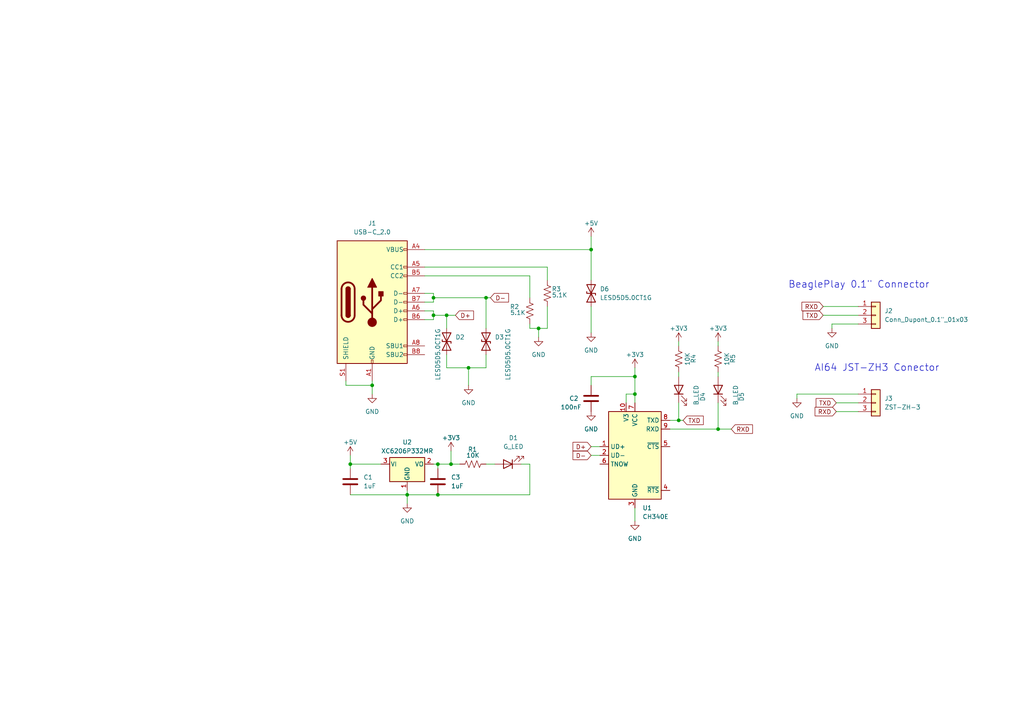
<source format=kicad_sch>
(kicad_sch (version 20230121) (generator eeschema)
  (paper "A4")
  (title_block (title "Beagle USB Serial Adapter") (date "2023-12-21") (rev "1") (company "Andrei Aldea"))
  (lib_symbols
    (symbol "Connector_Generic:Conn_01x03" (pin_names (offset 1.016) hide)
      (property "Reference" "J" (at 0 5.08 0))
      (property "Value" "Conn_01x03" (at 0 -5.08 0))
      (symbol "Conn_01x03_1_1"
        (rectangle (start -1.27 -2.413) (end 0 -2.667) (stroke (width 0.1524)))
        (rectangle (start -1.27 0.127) (end 0 -0.127) (stroke (width 0.1524)))
        (rectangle (start -1.27 2.667) (end 0 2.413) (stroke (width 0.1524)))
        (rectangle (start -1.27 3.81) (end 1.27 -3.81) (stroke (width 0.254)) (fill (type background)))
        (pin passive line (at -5.08 2.54 0) (length 3.81) (name "Pin_1") (number "1"))
        (pin passive line (at -5.08 0 0) (length 3.81) (name "Pin_2") (number "2"))
        (pin passive line (at -5.08 -2.54 0) (length 3.81) (name "Pin_3") (number "3"))
      )
    )
    (symbol "Device:C" (pin_numbers hide) (pin_names (offset 0.254))
      (property "Reference" "C" (at 0.635 2.54 0))
      (property "Value" "C" (at 0.635 -2.54 0))
      (symbol "C_0_1"
        (polyline (pts (xy -2.032 -0.762) (xy 2.032 -0.762)) (stroke (width 0.508)))
        (polyline (pts (xy -2.032 0.762) (xy 2.032 0.762)) (stroke (width 0.508)))
      )
      (symbol "C_1_1"
        (pin passive line (at 0 3.81 270) (length 2.794) (name "~") (number "1"))
        (pin passive line (at 0 -3.81 90) (length 2.794) (name "~") (number "2"))
      )
    )
    (symbol "Device:D_TVS" (pin_numbers hide) (pin_names (offset 1.016) hide)
      (property "Reference" "D" (at 0 2.54 0))
      (property "Value" "D_TVS" (at 0 -2.54 0))
      (symbol "D_TVS_0_1"
        (polyline (pts (xy 1.27 0) (xy -1.27 0)))
        (polyline (pts (xy 0.508 1.27) (xy 0 1.27) (xy 0 -1.27) (xy -0.508 -1.27)) (stroke (width 0.254)))
        (polyline (pts (xy -2.54 1.27) (xy -2.54 -1.27) (xy 2.54 1.27) (xy 2.54 -1.27) (xy -2.54 1.27)) (stroke (width 0.254)))
      )
      (symbol "D_TVS_1_1"
        (pin passive line (at -3.81 0 0) (length 2.54) (name "A1") (number "1"))
        (pin passive line (at 3.81 0 180) (length 2.54) (name "A2") (number "2"))
      )
    )
    (symbol "Device:LED" (pin_numbers hide) (pin_names (offset 1.016) hide)
      (property "Reference" "D" (at 0 2.54 0))
      (property "Value" "LED" (at 0 -2.54 0))
      (symbol "LED_0_1"
        (polyline (pts (xy -1.27 -1.27) (xy -1.27 1.27)) (stroke (width 0.254)))
        (polyline (pts (xy -1.27 0) (xy 1.27 0)))
        (polyline (pts (xy 1.27 -1.27) (xy 1.27 1.27) (xy -1.27 0) (xy 1.27 -1.27)) (stroke (width 0.254)))
        (polyline (pts (xy -3.048 -0.762) (xy -4.572 -2.286) (xy -3.81 -2.286) (xy -4.572 -2.286) (xy -4.572 -1.524)))
        (polyline (pts (xy -1.778 -0.762) (xy -3.302 -2.286) (xy -2.54 -2.286) (xy -3.302 -2.286) (xy -3.302 -1.524)))
      )
      (symbol "LED_1_1"
        (pin passive line (at -3.81 0 0) (length 2.54) (name "K") (number "1"))
        (pin passive line (at 3.81 0 180) (length 2.54) (name "A") (number "2"))
      )
    )
    (symbol "Device:R_US" (pin_numbers hide) (pin_names (offset 0))
      (property "Reference" "R" (at 2.54 0 90))
      (property "Value" "R_US" (at -2.54 0 90))
      (symbol "R_US_0_1"
        (polyline (pts (xy 0 -2.286) (xy 0 -2.54)))
        (polyline (pts (xy 0 2.286) (xy 0 2.54)))
        (polyline (pts (xy 0 -0.762) (xy 1.016 -1.143) (xy 0 -1.524) (xy -1.016 -1.905) (xy 0 -2.286)))
        (polyline (pts (xy 0 0.762) (xy 1.016 0.381) (xy 0 0) (xy -1.016 -0.381) (xy 0 -0.762)))
        (polyline (pts (xy 0 2.286) (xy 1.016 1.905) (xy 0 1.524) (xy -1.016 1.143) (xy 0 0.762)))
      )
      (symbol "R_US_1_1"
        (pin passive line (at 0 3.81 270) (length 1.27) (name "~") (number "1"))
        (pin passive line (at 0 -3.81 90) (length 1.27) (name "~") (number "2"))
      )
    )
    (symbol "Interface_USB:CH340E"
      (property "Reference" "U" (at -5.08 13.97 0))
      (property "Value" "CH340E" (at 1.27 13.97 0))
      (symbol "CH340E_0_1"
        (rectangle (start -7.62 12.7) (end 7.62 -12.7) (stroke (width 0.254)) (fill (type background)))
      )
      (symbol "CH340E_1_1"
        (pin bidirectional line (at -10.16 2.54 0) (length 2.54) (name "UD+") (number "1"))
        (pin passive line (at -2.54 15.24 270) (length 2.54) (name "V3") (number "10"))
        (pin bidirectional line (at -10.16 0 0) (length 2.54) (name "UD-") (number "2"))
        (pin power_in line (at 0 -15.24 90) (length 2.54) (name "GND") (number "3"))
        (pin output line (at 10.16 -10.16 180) (length 2.54) (name "~{RTS}") (number "4"))
        (pin input line (at 10.16 2.54 180) (length 2.54) (name "~{CTS}") (number "5"))
        (pin output line (at -10.16 -2.54 0) (length 2.54) (name "TNOW") (number "6"))
        (pin power_in line (at 0 15.24 270) (length 2.54) (name "VCC") (number "7"))
        (pin output line (at 10.16 10.16 180) (length 2.54) (name "TXD") (number "8"))
        (pin input line (at 10.16 7.62 180) (length 2.54) (name "RXD") (number "9"))
      )
    )
    (symbol "Regulator_Linear:MCP1700x-120xxTT" (pin_names (offset 0.254))
      (property "Reference" "U" (at -3.81 3.175 0))
      (property "Value" "MCP1700x-120xxTT" (at 0 3.175 0))
      (symbol "MCP1700x-120xxTT_0_1"
        (rectangle (start -5.08 1.905) (end 5.08 -5.08) (stroke (width 0.254)) (fill (type background)))
      )
      (symbol "MCP1700x-120xxTT_1_1"
        (pin power_in line (at 0 -7.62 90) (length 2.54) (name "GND") (number "1"))
        (pin power_out line (at 7.62 0 180) (length 2.54) (name "VO") (number "2"))
        (pin power_in line (at -7.62 0 0) (length 2.54) (name "VI") (number "3"))
      )
    )
    (symbol "USB-C-Power-tester-cache:Connector_USB_C_Receptacle_USB2.0" (pin_names (offset 1.016))
      (property "Reference" "J" (at -10.16 19.05 0))
      (property "Value" "Connector_USB_C_Receptacle_USB2.0" (at 19.05 19.05 0))
      (symbol "Connector_USB_C_Receptacle_USB2.0_0_0"
        (rectangle (start -0.254 -17.78) (end 0.254 -16.764))
        (rectangle (start 10.16 -14.986) (end 9.144 -15.494))
        (rectangle (start 10.16 -12.446) (end 9.144 -12.954))
        (rectangle (start 10.16 -4.826) (end 9.144 -5.334))
        (rectangle (start 10.16 -2.286) (end 9.144 -2.794))
        (rectangle (start 10.16 0.254) (end 9.144 -0.254))
        (rectangle (start 10.16 2.794) (end 9.144 2.286))
        (rectangle (start 10.16 7.874) (end 9.144 7.366))
        (rectangle (start 10.16 10.414) (end 9.144 9.906))
        (rectangle (start 10.16 15.494) (end 9.144 14.986))
      )
      (symbol "Connector_USB_C_Receptacle_USB2.0_0_1"
        (rectangle (start -10.16 17.78) (end 10.16 -17.78) (stroke (width 0.254)) (fill (type background)))
        (arc (start -8.89 -3.81) (mid -6.985 -5.7067) (end -5.08 -3.81) (stroke (width 0.508)))
        (arc (start -7.62 -3.81) (mid -6.985 -4.4423) (end -6.35 -3.81) (stroke (width 0.254)))
        (arc (start -7.62 -3.81) (mid -6.985 -4.4423) (end -6.35 -3.81) (stroke (width 0.254)) (fill (type outline)))
        (rectangle (start -7.62 -3.81) (end -6.35 3.81) (stroke (width 0.254)) (fill (type outline)))
        (arc (start -6.35 3.81) (mid -6.985 4.4423) (end -7.62 3.81) (stroke (width 0.254)))
        (arc (start -6.35 3.81) (mid -6.985 4.4423) (end -7.62 3.81) (stroke (width 0.254)) (fill (type outline)))
        (arc (start -5.08 3.81) (mid -6.985 5.7067) (end -8.89 3.81) (stroke (width 0.508)))
        (circle (center -2.54 1.143) (radius 0.635) (stroke (width 0.254)) (fill (type outline)))
        (circle (center 0 -5.842) (radius 1.27) (fill (type outline)))
        (polyline (pts (xy -8.89 -3.81) (xy -8.89 3.81)) (stroke (width 0.508)))
        (polyline (pts (xy -5.08 3.81) (xy -5.08 -3.81)) (stroke (width 0.508)))
        (polyline (pts (xy 0 -5.842) (xy 0 4.318)) (stroke (width 0.508)))
        (polyline (pts (xy 0 -3.302) (xy -2.54 -0.762) (xy -2.54 0.508)) (stroke (width 0.508)))
        (polyline (pts (xy 0 -2.032) (xy 2.54 0.508) (xy 2.54 1.778)) (stroke (width 0.508)))
        (polyline (pts (xy -1.27 4.318) (xy 0 6.858) (xy 1.27 4.318) (xy -1.27 4.318)) (stroke (width 0.254)) (fill (type outline)))
        (rectangle (start 1.905 1.778) (end 3.175 3.048) (stroke (width 0.254)) (fill (type outline)))
      )
      (symbol "Connector_USB_C_Receptacle_USB2.0_1_1"
        (pin power_in line (at 0 -22.86 90) (length 5.08) (name "GND") (number "A1"))
        (pin power_in line (at 0 -22.86 90) (length 5.08) hide (name "GND") (number "A12"))
        (pin power_in line (at 15.24 15.24 180) (length 5.08) (name "VBUS") (number "A4"))
        (pin bidirectional line (at 15.24 10.16 180) (length 5.08) (name "CC1") (number "A5"))
        (pin bidirectional line (at 15.24 -2.54 180) (length 5.08) (name "D+") (number "A6"))
        (pin bidirectional line (at 15.24 2.54 180) (length 5.08) (name "D-") (number "A7"))
        (pin bidirectional line (at 15.24 -12.7 180) (length 5.08) (name "SBU1") (number "A8"))
        (pin power_in line (at 15.24 15.24 180) (length 5.08) hide (name "VBUS") (number "A9"))
        (pin power_in line (at 0 -22.86 90) (length 5.08) hide (name "GND") (number "B1"))
        (pin power_in line (at 0 -22.86 90) (length 5.08) hide (name "GND") (number "B12"))
        (pin power_in line (at 15.24 15.24 180) (length 5.08) hide (name "VBUS") (number "B4"))
        (pin bidirectional line (at 15.24 7.62 180) (length 5.08) (name "CC2") (number "B5"))
        (pin bidirectional line (at 15.24 -5.08 180) (length 5.08) (name "D+") (number "B6"))
        (pin bidirectional line (at 15.24 0 180) (length 5.08) (name "D-") (number "B7"))
        (pin bidirectional line (at 15.24 -15.24 180) (length 5.08) (name "SBU2") (number "B8"))
        (pin power_in line (at 15.24 15.24 180) (length 5.08) hide (name "VBUS") (number "B9"))
        (pin passive line (at -7.62 -22.86 90) (length 5.08) (name "SHIELD") (number "S1"))
      )
    )
    (symbol "power:+3V3" (power) (pin_names (offset 0))
      (property "Value" "+3V3" (at 0 3.556 0))
      (symbol "+3V3_0_1"
        (polyline (pts (xy -0.762 1.27) (xy 0 2.54)))
        (polyline (pts (xy 0 0) (xy 0 2.54)))
        (polyline (pts (xy 0 2.54) (xy 0.762 1.27)))
      )
      (symbol "+3V3_1_1"
        (pin power_in line (at 0 0 90) (length 0) hide (name "+3V3") (number "1"))
      )
    )
    (symbol "power:+5V" (power) (pin_names (offset 0))
      (property "Value" "+5V" (at 0 3.556 0))
      (symbol "+5V_0_1"
        (polyline (pts (xy -0.762 1.27) (xy 0 2.54)))
        (polyline (pts (xy 0 0) (xy 0 2.54)))
        (polyline (pts (xy 0 2.54) (xy 0.762 1.27)))
      )
      (symbol "+5V_1_1"
        (pin power_in line (at 0 0 90) (length 0) hide (name "+5V") (number "1"))
      )
    )
    (symbol "power:GND" (power) (pin_names (offset 0))
      (property "Value" "GND" (at 0 -3.81 0))
      (symbol "GND_0_1"
        (polyline (pts (xy 0 0) (xy 0 -1.27) (xy 1.27 -1.27) (xy 0 -2.54) (xy -1.27 -1.27) (xy 0 -1.27)))
      )
      (symbol "GND_1_1"
        (pin power_in line (at 0 0 270) (length 0) hide (name "GND") (number "1"))
      )
    )
  )
  (junction (at 184.15 109.22))
  (junction (at 107.95 111.76))
  (junction (at 129.54 91.44))
  (junction (at 184.15 114.3))
  (junction (at 125.73 91.44))
  (junction (at 208.28 124.46))
  (junction (at 125.73 86.36))
  (junction (at 130.81 134.62))
  (junction (at 101.6 134.62))
  (junction (at 127 143.51))
  (junction (at 118.11 143.51))
  (junction (at 127 134.62))
  (junction (at 171.45 72.39))
  (junction (at 156.21 95.25))
  (junction (at 135.89 106.68))
  (junction (at 196.85 121.92))
  (junction (at 140.97 86.36))
  (wire (pts (xy 129.54 91.44) (xy 132.08 91.44)))
  (wire (pts (xy 135.89 106.68) (xy 135.89 111.76)))
  (wire (pts (xy 208.28 124.46) (xy 212.09 124.46)))
  (wire (pts (xy 123.19 85.09) (xy 125.73 85.09)))
  (wire (pts (xy 118.11 143.51) (xy 118.11 146.05)))
  (wire (pts (xy 196.85 116.84) (xy 196.85 121.92)))
  (wire (pts (xy 184.15 147.32) (xy 184.15 151.13)))
  (wire (pts (xy 184.15 114.3) (xy 184.15 116.84)))
  (wire (pts (xy 238.76 88.9) (xy 248.92 88.9)))
  (wire (pts (xy 171.45 129.54) (xy 173.99 129.54)))
  (wire (pts (xy 153.67 143.51) (xy 127 143.51)))
  (wire (pts (xy 125.73 91.44) (xy 129.54 91.44)))
  (wire (pts (xy 123.19 87.63) (xy 125.73 87.63)))
  (wire (pts (xy 107.95 111.76) (xy 107.95 114.3)))
  (wire (pts (xy 171.45 109.22) (xy 184.15 109.22)))
  (wire (pts (xy 171.45 109.22) (xy 171.45 111.76)))
  (wire (pts (xy 101.6 134.62) (xy 101.6 135.89)))
  (wire (pts (xy 194.31 121.92) (xy 196.85 121.92)))
  (wire (pts (xy 194.31 124.46) (xy 208.28 124.46)))
  (wire (pts (xy 130.81 134.62) (xy 133.35 134.62)))
  (wire (pts (xy 242.57 116.84) (xy 248.92 116.84)))
  (wire (pts (xy 129.54 106.68) (xy 135.89 106.68)))
  (wire (pts (xy 140.97 86.36) (xy 142.24 86.36)))
  (wire (pts (xy 231.14 114.3) (xy 248.92 114.3)))
  (wire (pts (xy 208.28 99.06) (xy 208.28 100.33)))
  (wire (pts (xy 107.95 110.49) (xy 107.95 111.76)))
  (wire (pts (xy 196.85 121.92) (xy 198.12 121.92)))
  (wire (pts (xy 140.97 102.87) (xy 140.97 106.68)))
  (wire (pts (xy 101.6 143.51) (xy 118.11 143.51)))
  (wire (pts (xy 100.33 111.76) (xy 107.95 111.76)))
  (wire (pts (xy 181.61 116.84) (xy 181.61 114.3)))
  (wire (pts (xy 153.67 86.36) (xy 153.67 80.01)))
  (wire (pts (xy 242.57 119.38) (xy 248.92 119.38)))
  (wire (pts (xy 151.13 134.62) (xy 153.67 134.62)))
  (wire (pts (xy 196.85 109.22) (xy 196.85 107.95)))
  (wire (pts (xy 118.11 143.51) (xy 127 143.51)))
  (wire (pts (xy 156.21 95.25) (xy 156.21 97.79)))
  (wire (pts (xy 248.92 93.98) (xy 241.3 93.98)))
  (wire (pts (xy 158.75 77.47) (xy 158.75 81.28)))
  (wire (pts (xy 125.73 134.62) (xy 127 134.62)))
  (wire (pts (xy 125.73 85.09) (xy 125.73 86.36)))
  (wire (pts (xy 158.75 95.25) (xy 156.21 95.25)))
  (wire (pts (xy 158.75 88.9) (xy 158.75 95.25)))
  (wire (pts (xy 153.67 95.25) (xy 156.21 95.25)))
  (wire (pts (xy 208.28 109.22) (xy 208.28 107.95)))
  (wire (pts (xy 241.3 93.98) (xy 241.3 95.25)))
  (wire (pts (xy 123.19 72.39) (xy 171.45 72.39)))
  (wire (pts (xy 184.15 109.22) (xy 184.15 106.68)))
  (wire (pts (xy 125.73 91.44) (xy 125.73 92.71)))
  (wire (pts (xy 153.67 93.98) (xy 153.67 95.25)))
  (wire (pts (xy 184.15 109.22) (xy 184.15 114.3)))
  (wire (pts (xy 153.67 134.62) (xy 153.67 143.51)))
  (wire (pts (xy 100.33 110.49) (xy 100.33 111.76)))
  (wire (pts (xy 140.97 86.36) (xy 140.97 95.25)))
  (wire (pts (xy 123.19 77.47) (xy 158.75 77.47)))
  (wire (pts (xy 129.54 91.44) (xy 129.54 95.25)))
  (wire (pts (xy 196.85 99.06) (xy 196.85 100.33)))
  (wire (pts (xy 125.73 90.17) (xy 125.73 91.44)))
  (wire (pts (xy 231.14 114.3) (xy 231.14 115.57)))
  (wire (pts (xy 171.45 132.08) (xy 173.99 132.08)))
  (wire (pts (xy 171.45 68.58) (xy 171.45 72.39)))
  (wire (pts (xy 118.11 142.24) (xy 118.11 143.51)))
  (wire (pts (xy 127 134.62) (xy 130.81 134.62)))
  (wire (pts (xy 171.45 88.9) (xy 171.45 96.52)))
  (wire (pts (xy 127 134.62) (xy 127 135.89)))
  (wire (pts (xy 171.45 72.39) (xy 171.45 81.28)))
  (wire (pts (xy 125.73 86.36) (xy 140.97 86.36)))
  (wire (pts (xy 130.81 130.81) (xy 130.81 134.62)))
  (wire (pts (xy 140.97 134.62) (xy 143.51 134.62)))
  (wire (pts (xy 125.73 92.71) (xy 123.19 92.71)))
  (wire (pts (xy 110.49 134.62) (xy 101.6 134.62)))
  (wire (pts (xy 101.6 132.08) (xy 101.6 134.62)))
  (wire (pts (xy 238.76 91.44) (xy 248.92 91.44)))
  (wire (pts (xy 129.54 106.68) (xy 129.54 102.87)))
  (wire (pts (xy 153.67 80.01) (xy 123.19 80.01)))
  (wire (pts (xy 135.89 106.68) (xy 140.97 106.68)))
  (wire (pts (xy 125.73 86.36) (xy 125.73 87.63)))
  (wire (pts (xy 208.28 116.84) (xy 208.28 124.46)))
  (wire (pts (xy 123.19 90.17) (xy 125.73 90.17)))
  (wire (pts (xy 181.61 114.3) (xy 184.15 114.3)))
  (text "AI64 JST-ZH3 Conector" (at 236.22 107.95 0) (effects (font (size 2 2)) (justify left bottom)))
  (text "BeaglePlay 0.1\" Connector" (at 228.6 83.82 0) (effects (font (size 2 2)) (justify left bottom)))
  (global_label "TXD" (shape input) (at 238.76 91.44 180) (property "Intersheetrefs" "${INTERSHEET_REFS}" (effects hide)))
  (global_label "D+" (shape input) (at 132.08 91.44 0) (property "Intersheetrefs" "${INTERSHEET_REFS}" (effects hide)))
  (global_label "D-" (shape input) (at 171.45 132.08 180) (property "Intersheetrefs" "${INTERSHEET_REFS}" (effects hide)))
  (global_label "RXD" (shape input) (at 212.09 124.46 0) (property "Intersheetrefs" "${INTERSHEET_REFS}" (effects hide)))
  (global_label "TXD" (shape input) (at 198.12 121.92 0) (property "Intersheetrefs" "${INTERSHEET_REFS}" (effects hide)))
  (global_label "RXD" (shape input) (at 238.76 88.9 180) (property "Intersheetrefs" "${INTERSHEET_REFS}" (effects hide)))
  (global_label "RXD" (shape input) (at 242.57 119.38 180) (property "Intersheetrefs" "${INTERSHEET_REFS}" (effects hide)))
  (global_label "D+" (shape input) (at 171.45 129.54 180) (property "Intersheetrefs" "${INTERSHEET_REFS}" (effects hide)))
  (global_label "D-" (shape input) (at 142.24 86.36 0) (property "Intersheetrefs" "${INTERSHEET_REFS}" (effects hide)))
  (global_label "TXD" (shape input) (at 242.57 116.84 180) (property "Intersheetrefs" "${INTERSHEET_REFS}" (effects hide)))
  (symbol (lib_id "power:GND") (at 135.89 111.76 0) (unit 1)
    (property "Reference" "#PWR011" (effects hide))
    (property "Value" "GND" (at 135.89 116.84 0))
  )
  (symbol (lib_id "Device:C") (at 127 139.7 0) (unit 1)
    (property "Reference" "C3" (at 130.81 138.43 0) (effects (justify left)))
    (property "Value" "1uF" (at 130.81 140.97 0) (effects (justify left)))
    (property "Footprint" "Capacitor_SMD:C_0402_1005Metric" (effects hide))
  )
  (symbol (lib_id "Device:R_US") (at 158.75 85.09 0) (unit 1)
    (property "Reference" "R3" (at 160.02 83.82 0) (effects (justify left)))
    (property "Value" "5.1K" (at 160.0475 85.5851 0) (effects (justify left)))
    (property "Footprint" "Resistor_SMD:R_0402_1005Metric" (effects hide))
  )
  (symbol (lib_id "power:GND") (at 171.45 96.52 0) (unit 1)
    (property "Reference" "#PWR014" (effects hide))
    (property "Value" "GND" (at 171.45 101.6 0))
  )
  (symbol (lib_id "Device:LED") (at 147.32 134.62 180) (unit 1)
    (property "Reference" "D1" (at 148.9075 127 0))
    (property "Value" "G_LED" (at 148.9075 129.54 0))
    (property "Footprint" "LED_SMD:LED_0402_1005Metric" (effects hide))
  )
  (symbol (lib_id "power:GND") (at 118.11 146.05 0) (unit 1)
    (property "Reference" "#PWR02" (effects hide))
    (property "Value" "GND" (at 118.11 151.13 0))
  )
  (symbol (lib_id "power:GND") (at 107.95 114.3 0) (unit 1)
    (property "Reference" "#PWR03" (effects hide))
    (property "Value" "GND" (at 107.95 119.38 0))
  )
  (symbol (lib_id "power:+5V") (at 101.6 132.08 0) (unit 1)
    (property "Reference" "#PWR01" (effects hide))
    (property "Value" "+5V" (at 101.6 128.27 0))
  )
  (symbol (lib_id "power:+3V3") (at 196.85 99.06 0) (unit 1)
    (property "Reference" "#PWR05" (effects hide))
    (property "Value" "+3V3" (at 196.85 95.25 0))
  )
  (symbol (lib_id "Device:R_US") (at 153.67 90.17 0) (unit 1)
    (property "Reference" "R2" (at 147.8798 88.9719 0) (effects (justify left)))
    (property "Value" "5.1K" (at 147.9372 90.6938 0) (effects (justify left)))
    (property "Footprint" "Resistor_SMD:R_0402_1005Metric" (effects hide))
  )
  (symbol (lib_id "power:+3V3") (at 208.28 99.06 0) (unit 1)
    (property "Reference" "#PWR012" (effects hide))
    (property "Value" "+3V3" (at 208.28 95.25 0))
  )
  (symbol (lib_id "Connector_Generic:Conn_01x03") (at 254 116.84 0) (unit 1)
    (property "Reference" "J3" (at 256.54 115.57 0) (effects (justify left)))
    (property "Value" "ZST-ZH-3" (at 256.54 118.11 0) (effects (justify left)))
    (property "Footprint" "Connector_JST2:JST_ZH_B3B-ZR_1x03_P1.50mm_Vertical" (effects hide))
  )
  (symbol (lib_id "Device:R_US") (at 208.28 104.14 0) (unit 1)
    (property "Reference" "R5" (at 212.5477 104.0228 90))
    (property "Value" "10K" (at 210.82 104.14 90))
    (property "Footprint" "Resistor_SMD:R_0402_1005Metric" (effects hide))
  )
  (symbol (lib_id "Regulator_Linear:MCP1700x-120xxTT") (at 118.11 134.62 0) (unit 1)
    (property "Reference" "U2" (at 118.11 128.27 0))
    (property "Value" "XC6206P332MR" (at 118.11 130.81 0))
    (property "Footprint" "Package_TO_SOT_SMD:SOT-23-3" (effects hide))
    (property "Datasheet" "http://ww1.microchip.com/downloads/en/DeviceDoc/20001826D.pdf" (effects hide))
  )
  (symbol (lib_id "power:+3V3") (at 184.15 106.68 0) (unit 1)
    (property "Reference" "#PWR04" (effects hide))
    (property "Value" "+3V3" (at 184.15 102.87 0))
  )
  (symbol (lib_id "Device:LED") (at 208.28 113.03 90) (unit 1)
    (property "Reference" "D5" (at 215.0758 115.0783 0))
    (property "Value" "B_LED" (at 213.36 114.6175 0))
    (property "Footprint" "LED_SMD:LED_0402_1005Metric" (effects hide))
  )
  (symbol (lib_id "Device:C") (at 101.6 139.7 0) (unit 1)
    (property "Reference" "C1" (at 105.41 138.43 0) (effects (justify left)))
    (property "Value" "1uF" (at 105.41 140.97 0) (effects (justify left)))
    (property "Footprint" "Capacitor_SMD:C_0402_1005Metric" (effects hide))
  )
  (symbol (lib_id "power:+3V3") (at 130.81 130.81 0) (unit 1)
    (property "Reference" "#PWR06" (effects hide))
    (property "Value" "+3V3" (at 130.81 127 0))
  )
  (symbol (lib_id "Device:D_TVS") (at 171.45 85.09 90) (unit 1)
    (property "Reference" "D6" (at 173.99 83.82 90) (effects (justify right)))
    (property "Value" "LESD5D5.0CT1G" (at 173.99 86.36 90) (effects (justify right)))
    (property "Footprint" "Diode_SMD:D_SOD-523" (effects hide))
  )
  (symbol (lib_id "power:GND") (at 241.3 95.25 0) (unit 1)
    (property "Reference" "#PWR010" (effects hide))
    (property "Value" "GND" (at 241.3 100.33 0))
  )
  (symbol (lib_id "power:GND") (at 156.21 97.79 0) (unit 1)
    (property "Reference" "#PWR013" (effects hide))
    (property "Value" "GND" (at 156.21 102.87 0))
  )
  (symbol (lib_id "Device:D_TVS") (at 129.54 99.06 90) (unit 1)
    (property "Reference" "D2" (at 132.08 97.79 90) (effects (justify right)))
    (property "Value" "LESD5D5.0CT1G" (at 127 95.25 0) (effects (justify right)))
    (property "Footprint" "Diode_SMD:D_SOD-523" (effects hide))
  )
  (symbol (lib_id "power:+5V") (at 171.45 68.58 0) (unit 1)
    (property "Reference" "#PWR07" (effects hide))
    (property "Value" "+5V" (at 171.45 64.77 0))
  )
  (symbol (lib_id "Device:R_US") (at 196.85 104.14 0) (unit 1)
    (property "Reference" "R4" (at 201.1177 104.0228 90))
    (property "Value" "10K" (at 199.39 104.14 90))
    (property "Footprint" "Resistor_SMD:R_0402_1005Metric" (effects hide))
  )
  (symbol (lib_id "power:GND") (at 231.14 115.57 0) (unit 1)
    (property "Reference" "#PWR015" (effects hide))
    (property "Value" "GND" (at 231.14 120.65 0))
  )
  (symbol (lib_id "Device:R_US") (at 137.16 134.62 90) (unit 1)
    (property "Reference" "R1" (at 137.0428 130.3523 90))
    (property "Value" "10K" (at 137.16 132.08 90))
    (property "Footprint" "Resistor_SMD:R_0402_1005Metric" (effects hide))
  )
  (symbol (lib_id "Device:D_TVS") (at 140.97 99.06 90) (unit 1)
    (property "Reference" "D3" (at 143.51 97.79 90) (effects (justify right)))
    (property "Value" "LESD5D5.0CT1G" (at 147.32 95.25 0) (effects (justify right)))
    (property "Footprint" "Diode_SMD:D_SOD-523" (effects hide))
  )
  (symbol (lib_id "Device:C") (at 171.45 115.57 0) (unit 1)
    (property "Reference" "C2" (at 165.1 115.57 0) (effects (justify left)))
    (property "Value" "100nF" (at 162.56 118.11 0) (effects (justify left)))
    (property "Footprint" "Capacitor_SMD:C_0402_1005Metric" (effects hide))
  )
  (symbol (lib_id "Device:LED") (at 196.85 113.03 90) (unit 1)
    (property "Reference" "D4" (at 203.8251 115.0783 0))
    (property "Value" "B_LED" (at 201.93 114.6175 0))
    (property "Footprint" "LED_SMD:LED_0402_1005Metric" (effects hide))
  )
  (symbol (lib_id "Interface_USB:CH340E") (at 184.15 132.08 0) (unit 1)
    (property "Reference" "U1" (at 186.3441 147.32 0) (effects (justify left)))
    (property "Value" "CH340E" (at 186.3441 149.86 0) (effects (justify left)))
    (property "Footprint" "Package_SO:MSOP-10_3x3mm_P0.5mm" (effects hide))
    (property "Datasheet" "https://www.mpja.com/download/35227cpdata.pdf" (effects hide))
  )
  (symbol (lib_id "USB-C-Power-tester-cache:Connector_USB_C_Receptacle_USB2.0") (at 107.95 87.63 0) (unit 1)
    (property "Reference" "J1" (at 107.95 64.77 0))
    (property "Value" "USB-C_2.0" (at 107.95 67.31 0))
    (property "Footprint" "USB-C-Power-tester:TYPE-C-31-M-12" (effects hide))
  )
  (symbol (lib_id "power:GND") (at 171.45 119.38 0) (unit 1)
    (property "Reference" "#PWR08" (effects hide))
    (property "Value" "GND" (at 171.45 124.46 0))
  )
  (symbol (lib_id "power:GND") (at 184.15 151.13 0) (unit 1)
    (property "Reference" "#PWR09" (effects hide))
    (property "Value" "GND" (at 184.15 156.21 0))
  )
  (symbol (lib_id "Connector_Generic:Conn_01x03") (at 254 91.44 0) (unit 1)
    (property "Reference" "J2" (at 256.54 90.17 0) (effects (justify left)))
    (property "Value" "Conn_Dupont_0.1\"_01x03" (at 256.54 92.71 0) (effects (justify left)))
    (property "Footprint" "Connector_PinHeader_2.54mm:PinHeader_1x03_P2.54mm_Horizontal" (effects hide))
  )
)
</source>
